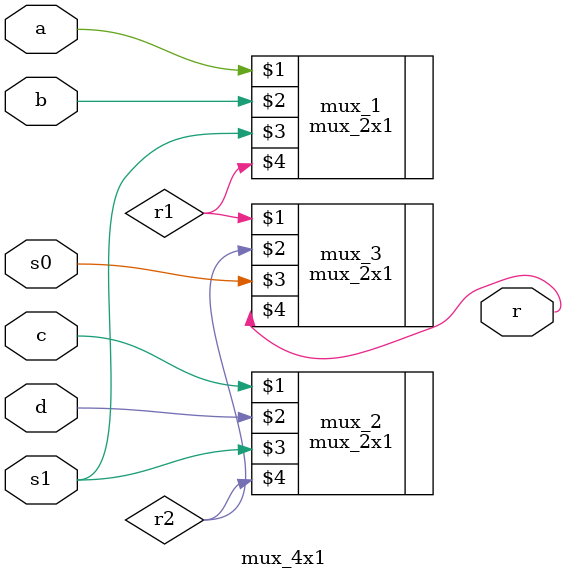
<source format=v>
module mux_4x1(a, b, c, d, s0, s1, r);
input a, b, c, d;
input s0, s1;
output r;

wire r1, r2;

mux_2x1 mux_1(a, b, s1, r1);
mux_2x1 mux_2(c, d, s1, r2);

mux_2x1 mux_3(r1, r2, s0, r);

endmodule

</source>
